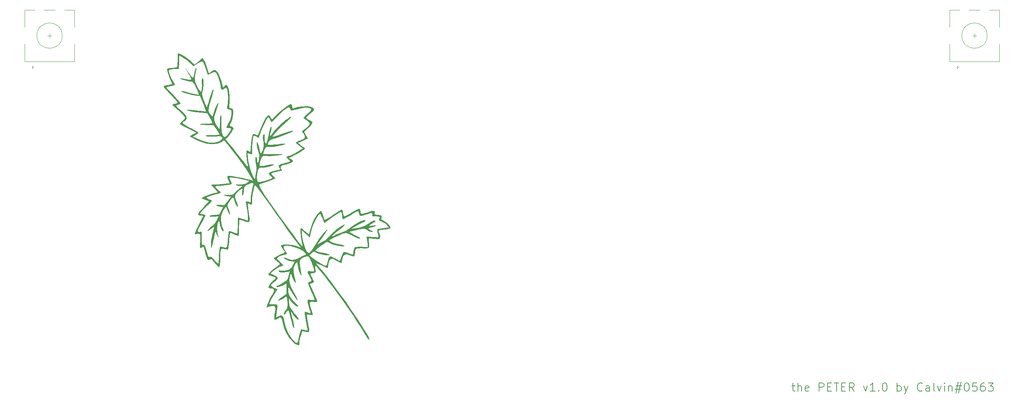
<source format=gbr>
%TF.GenerationSoftware,KiCad,Pcbnew,(6.0.7)*%
%TF.CreationDate,2022-10-09T16:51:21+02:00*%
%TF.ProjectId,the PETER keyboard,74686520-5045-4544-9552-206b6579626f,rev?*%
%TF.SameCoordinates,Original*%
%TF.FileFunction,Legend,Top*%
%TF.FilePolarity,Positive*%
%FSLAX46Y46*%
G04 Gerber Fmt 4.6, Leading zero omitted, Abs format (unit mm)*
G04 Created by KiCad (PCBNEW (6.0.7)) date 2022-10-09 16:51:21*
%MOMM*%
%LPD*%
G01*
G04 APERTURE LIST*
%ADD10C,0.150000*%
%ADD11C,0.120000*%
G04 APERTURE END LIST*
D10*
X210616619Y-139525428D02*
X211378523Y-139525428D01*
X210902333Y-138858761D02*
X210902333Y-140573047D01*
X210997571Y-140763523D01*
X211188047Y-140858761D01*
X211378523Y-140858761D01*
X212045190Y-140858761D02*
X212045190Y-138858761D01*
X212902333Y-140858761D02*
X212902333Y-139811142D01*
X212807095Y-139620666D01*
X212616619Y-139525428D01*
X212330904Y-139525428D01*
X212140428Y-139620666D01*
X212045190Y-139715904D01*
X214616619Y-140763523D02*
X214426142Y-140858761D01*
X214045190Y-140858761D01*
X213854714Y-140763523D01*
X213759476Y-140573047D01*
X213759476Y-139811142D01*
X213854714Y-139620666D01*
X214045190Y-139525428D01*
X214426142Y-139525428D01*
X214616619Y-139620666D01*
X214711857Y-139811142D01*
X214711857Y-140001619D01*
X213759476Y-140192095D01*
X217092809Y-140858761D02*
X217092809Y-138858761D01*
X217854714Y-138858761D01*
X218045190Y-138954000D01*
X218140428Y-139049238D01*
X218235666Y-139239714D01*
X218235666Y-139525428D01*
X218140428Y-139715904D01*
X218045190Y-139811142D01*
X217854714Y-139906380D01*
X217092809Y-139906380D01*
X219092809Y-139811142D02*
X219759476Y-139811142D01*
X220045190Y-140858761D02*
X219092809Y-140858761D01*
X219092809Y-138858761D01*
X220045190Y-138858761D01*
X220616619Y-138858761D02*
X221759476Y-138858761D01*
X221188047Y-140858761D02*
X221188047Y-138858761D01*
X222426142Y-139811142D02*
X223092809Y-139811142D01*
X223378523Y-140858761D02*
X222426142Y-140858761D01*
X222426142Y-138858761D01*
X223378523Y-138858761D01*
X225378523Y-140858761D02*
X224711857Y-139906380D01*
X224235666Y-140858761D02*
X224235666Y-138858761D01*
X224997571Y-138858761D01*
X225188047Y-138954000D01*
X225283285Y-139049238D01*
X225378523Y-139239714D01*
X225378523Y-139525428D01*
X225283285Y-139715904D01*
X225188047Y-139811142D01*
X224997571Y-139906380D01*
X224235666Y-139906380D01*
X227569000Y-139525428D02*
X228045190Y-140858761D01*
X228521380Y-139525428D01*
X230330904Y-140858761D02*
X229188047Y-140858761D01*
X229759476Y-140858761D02*
X229759476Y-138858761D01*
X229569000Y-139144476D01*
X229378523Y-139334952D01*
X229188047Y-139430190D01*
X231188047Y-140668285D02*
X231283285Y-140763523D01*
X231188047Y-140858761D01*
X231092809Y-140763523D01*
X231188047Y-140668285D01*
X231188047Y-140858761D01*
X232521380Y-138858761D02*
X232711857Y-138858761D01*
X232902333Y-138954000D01*
X232997571Y-139049238D01*
X233092809Y-139239714D01*
X233188047Y-139620666D01*
X233188047Y-140096857D01*
X233092809Y-140477809D01*
X232997571Y-140668285D01*
X232902333Y-140763523D01*
X232711857Y-140858761D01*
X232521380Y-140858761D01*
X232330904Y-140763523D01*
X232235666Y-140668285D01*
X232140428Y-140477809D01*
X232045190Y-140096857D01*
X232045190Y-139620666D01*
X232140428Y-139239714D01*
X232235666Y-139049238D01*
X232330904Y-138954000D01*
X232521380Y-138858761D01*
X235569000Y-140858761D02*
X235569000Y-138858761D01*
X235569000Y-139620666D02*
X235759476Y-139525428D01*
X236140428Y-139525428D01*
X236330904Y-139620666D01*
X236426142Y-139715904D01*
X236521380Y-139906380D01*
X236521380Y-140477809D01*
X236426142Y-140668285D01*
X236330904Y-140763523D01*
X236140428Y-140858761D01*
X235759476Y-140858761D01*
X235569000Y-140763523D01*
X237188047Y-139525428D02*
X237664238Y-140858761D01*
X238140428Y-139525428D02*
X237664238Y-140858761D01*
X237473761Y-141334952D01*
X237378523Y-141430190D01*
X237188047Y-141525428D01*
X241569000Y-140668285D02*
X241473761Y-140763523D01*
X241188047Y-140858761D01*
X240997571Y-140858761D01*
X240711857Y-140763523D01*
X240521380Y-140573047D01*
X240426142Y-140382571D01*
X240330904Y-140001619D01*
X240330904Y-139715904D01*
X240426142Y-139334952D01*
X240521380Y-139144476D01*
X240711857Y-138954000D01*
X240997571Y-138858761D01*
X241188047Y-138858761D01*
X241473761Y-138954000D01*
X241569000Y-139049238D01*
X243283285Y-140858761D02*
X243283285Y-139811142D01*
X243188047Y-139620666D01*
X242997571Y-139525428D01*
X242616619Y-139525428D01*
X242426142Y-139620666D01*
X243283285Y-140763523D02*
X243092809Y-140858761D01*
X242616619Y-140858761D01*
X242426142Y-140763523D01*
X242330904Y-140573047D01*
X242330904Y-140382571D01*
X242426142Y-140192095D01*
X242616619Y-140096857D01*
X243092809Y-140096857D01*
X243283285Y-140001619D01*
X244521380Y-140858761D02*
X244330904Y-140763523D01*
X244235666Y-140573047D01*
X244235666Y-138858761D01*
X245092809Y-139525428D02*
X245569000Y-140858761D01*
X246045190Y-139525428D01*
X246807095Y-140858761D02*
X246807095Y-139525428D01*
X246807095Y-138858761D02*
X246711857Y-138954000D01*
X246807095Y-139049238D01*
X246902333Y-138954000D01*
X246807095Y-138858761D01*
X246807095Y-139049238D01*
X247759476Y-139525428D02*
X247759476Y-140858761D01*
X247759476Y-139715904D02*
X247854714Y-139620666D01*
X248045190Y-139525428D01*
X248330904Y-139525428D01*
X248521380Y-139620666D01*
X248616619Y-139811142D01*
X248616619Y-140858761D01*
X249473761Y-139525428D02*
X250902333Y-139525428D01*
X250045190Y-138668285D02*
X249473761Y-141239714D01*
X250711857Y-140382571D02*
X249283285Y-140382571D01*
X250140428Y-141239714D02*
X250711857Y-138668285D01*
X251949952Y-138858761D02*
X252140428Y-138858761D01*
X252330904Y-138954000D01*
X252426142Y-139049238D01*
X252521380Y-139239714D01*
X252616619Y-139620666D01*
X252616619Y-140096857D01*
X252521380Y-140477809D01*
X252426142Y-140668285D01*
X252330904Y-140763523D01*
X252140428Y-140858761D01*
X251949952Y-140858761D01*
X251759476Y-140763523D01*
X251664238Y-140668285D01*
X251569000Y-140477809D01*
X251473761Y-140096857D01*
X251473761Y-139620666D01*
X251569000Y-139239714D01*
X251664238Y-139049238D01*
X251759476Y-138954000D01*
X251949952Y-138858761D01*
X254426142Y-138858761D02*
X253473761Y-138858761D01*
X253378523Y-139811142D01*
X253473761Y-139715904D01*
X253664238Y-139620666D01*
X254140428Y-139620666D01*
X254330904Y-139715904D01*
X254426142Y-139811142D01*
X254521380Y-140001619D01*
X254521380Y-140477809D01*
X254426142Y-140668285D01*
X254330904Y-140763523D01*
X254140428Y-140858761D01*
X253664238Y-140858761D01*
X253473761Y-140763523D01*
X253378523Y-140668285D01*
X256235666Y-138858761D02*
X255854714Y-138858761D01*
X255664238Y-138954000D01*
X255569000Y-139049238D01*
X255378523Y-139334952D01*
X255283285Y-139715904D01*
X255283285Y-140477809D01*
X255378523Y-140668285D01*
X255473761Y-140763523D01*
X255664238Y-140858761D01*
X256045190Y-140858761D01*
X256235666Y-140763523D01*
X256330904Y-140668285D01*
X256426142Y-140477809D01*
X256426142Y-140001619D01*
X256330904Y-139811142D01*
X256235666Y-139715904D01*
X256045190Y-139620666D01*
X255664238Y-139620666D01*
X255473761Y-139715904D01*
X255378523Y-139811142D01*
X255283285Y-140001619D01*
X257092809Y-138858761D02*
X258330904Y-138858761D01*
X257664238Y-139620666D01*
X257949952Y-139620666D01*
X258140428Y-139715904D01*
X258235666Y-139811142D01*
X258330904Y-140001619D01*
X258330904Y-140477809D01*
X258235666Y-140668285D01*
X258140428Y-140763523D01*
X257949952Y-140858761D01*
X257378523Y-140858761D01*
X257188047Y-140763523D01*
X257092809Y-140668285D01*
%TO.C,G\u002A\u002A\u002A*%
G36*
X88253015Y-122291649D02*
G01*
X88265090Y-122208358D01*
X88369751Y-121365215D01*
X88338071Y-120872644D01*
X88112544Y-120665293D01*
X87635667Y-120677806D01*
X87028963Y-120803481D01*
X86258514Y-120980186D01*
X86557710Y-120178727D01*
X86947878Y-120178727D01*
X87139539Y-120265852D01*
X87610648Y-120286535D01*
X87812172Y-120275420D01*
X88387565Y-120282161D01*
X88769717Y-120381000D01*
X88821057Y-120425204D01*
X88866212Y-120732943D01*
X88834724Y-121322986D01*
X88743430Y-122002502D01*
X88514121Y-123363175D01*
X89078266Y-123126498D01*
X89643641Y-122922081D01*
X90004444Y-122927381D01*
X90228663Y-123201393D01*
X90384279Y-123803111D01*
X90471398Y-124335419D01*
X90832512Y-125690158D01*
X91468894Y-127086879D01*
X92291387Y-128352143D01*
X92877378Y-129015860D01*
X93325931Y-129388323D01*
X93592628Y-129397638D01*
X93739970Y-129026351D01*
X93779936Y-128763757D01*
X93886518Y-128194860D01*
X94068286Y-127460829D01*
X94153736Y-127160402D01*
X94453426Y-126154203D01*
X95212979Y-126347798D01*
X95708556Y-126444128D01*
X95978718Y-126438743D01*
X95993787Y-126420844D01*
X95964900Y-126174184D01*
X95869924Y-125608333D01*
X95725524Y-124819267D01*
X95619998Y-124267842D01*
X95462756Y-123385016D01*
X95360605Y-122660833D01*
X95325927Y-122193289D01*
X95343085Y-122076123D01*
X95587479Y-122054077D01*
X95967423Y-122215092D01*
X96417569Y-122391521D01*
X96698374Y-122348005D01*
X96711068Y-122112412D01*
X96656533Y-122020654D01*
X96495682Y-121663606D01*
X96317225Y-121085999D01*
X96151756Y-120420385D01*
X96029867Y-119799320D01*
X95982153Y-119355360D01*
X96010208Y-119220257D01*
X96294066Y-119182022D01*
X96812978Y-119214166D01*
X96924899Y-119228342D01*
X97430945Y-119270991D01*
X97704297Y-119242037D01*
X97718520Y-119225159D01*
X97645838Y-118997435D01*
X97434529Y-118472529D01*
X97120990Y-117738713D01*
X96884618Y-117202741D01*
X96525014Y-116376809D01*
X96245905Y-115697943D01*
X96083579Y-115256601D01*
X96057617Y-115141183D01*
X96260125Y-115002159D01*
X96554667Y-114935954D01*
X96890215Y-114827494D01*
X96897132Y-114535204D01*
X96858695Y-114421010D01*
X96610198Y-113896859D01*
X96332696Y-113438905D01*
X95997346Y-112837696D01*
X95996490Y-112490618D01*
X96333072Y-112388576D01*
X96658695Y-112432682D01*
X97174141Y-112509325D01*
X97486528Y-112498960D01*
X97501705Y-112491159D01*
X97522945Y-112246098D01*
X97412879Y-111722583D01*
X97205117Y-111032049D01*
X96933270Y-110285928D01*
X96630950Y-109595657D01*
X96624236Y-109581994D01*
X96356019Y-109086953D01*
X96132839Y-108915483D01*
X96111002Y-108898705D01*
X95732374Y-108940895D01*
X95465867Y-109017947D01*
X94854983Y-109229523D01*
X94440345Y-109480294D01*
X94204184Y-109839250D01*
X94128733Y-110375380D01*
X94196224Y-111157671D01*
X94388891Y-112255112D01*
X94494987Y-112787704D01*
X94586070Y-113281769D01*
X94561881Y-113411891D01*
X94396639Y-113227894D01*
X94320356Y-113125202D01*
X94070950Y-112600626D01*
X93826088Y-111751876D01*
X93612435Y-110677532D01*
X93553080Y-110288584D01*
X93432450Y-110319343D01*
X93168971Y-110618985D01*
X93127236Y-110675801D01*
X92741217Y-111563549D01*
X92675969Y-112677911D01*
X92934406Y-113965889D01*
X92944341Y-113997641D01*
X93111720Y-114617212D01*
X93172024Y-115038458D01*
X93132553Y-115156794D01*
X92946244Y-114985127D01*
X92692235Y-114543015D01*
X92434474Y-113962358D01*
X92236909Y-113375056D01*
X92204310Y-113242167D01*
X92129733Y-113005943D01*
X92035754Y-113065723D01*
X91872794Y-113469559D01*
X91821348Y-113613333D01*
X91658284Y-114405162D01*
X91742492Y-115251654D01*
X92093275Y-116227514D01*
X92729934Y-117407444D01*
X92854505Y-117611877D01*
X93320554Y-118411345D01*
X93575496Y-118950127D01*
X93602437Y-119191098D01*
X93577445Y-119200397D01*
X93337597Y-119025936D01*
X92946884Y-118514218D01*
X92438698Y-117709115D01*
X92426027Y-117687719D01*
X92007324Y-116999211D01*
X91672752Y-116485172D01*
X91476129Y-116226898D01*
X91449285Y-116212315D01*
X91414830Y-116434484D01*
X91416339Y-116930194D01*
X91426679Y-117152321D01*
X91497349Y-117703488D01*
X91683113Y-118180751D01*
X92054197Y-118730518D01*
X92377659Y-119135009D01*
X92891360Y-119731553D01*
X93343706Y-120208468D01*
X93614607Y-120445479D01*
X93817851Y-120675259D01*
X93776556Y-120784276D01*
X93483049Y-120757655D01*
X93026539Y-120482943D01*
X92512521Y-120039339D01*
X92046489Y-119506046D01*
X92013636Y-119460753D01*
X91571066Y-118840214D01*
X91620909Y-119838902D01*
X91664780Y-120350658D01*
X91774678Y-120763569D01*
X92007763Y-121191929D01*
X92421195Y-121750037D01*
X92829837Y-122256265D01*
X93406894Y-123000945D01*
X93775538Y-123559397D01*
X93898507Y-123874146D01*
X93893474Y-123896752D01*
X93720494Y-123888462D01*
X93388623Y-123635404D01*
X92989733Y-123233878D01*
X92615699Y-122780184D01*
X92358397Y-122370622D01*
X92306964Y-122233831D01*
X92188637Y-121961639D01*
X92125483Y-121940370D01*
X92133674Y-122159466D01*
X92232712Y-122692535D01*
X92403721Y-123444685D01*
X92509019Y-123868192D01*
X92701739Y-124699870D01*
X92819530Y-125367065D01*
X92846876Y-125771987D01*
X92822680Y-125844941D01*
X92645339Y-125763658D01*
X92507905Y-125483955D01*
X92362560Y-124988192D01*
X92157337Y-124236986D01*
X91933172Y-123386052D01*
X91731001Y-122591101D01*
X91591760Y-122007846D01*
X91580752Y-121957264D01*
X91472821Y-121718869D01*
X91282189Y-121783625D01*
X90965026Y-122180931D01*
X90740607Y-122520804D01*
X90515469Y-122726636D01*
X90409738Y-122694075D01*
X90426611Y-122410474D01*
X90627548Y-121971013D01*
X90923095Y-121542942D01*
X91131664Y-121344263D01*
X91209328Y-121086680D01*
X91243066Y-120549142D01*
X91237018Y-119872288D01*
X91195320Y-119196760D01*
X91122109Y-118663196D01*
X91046120Y-118436507D01*
X90854308Y-118494474D01*
X90433449Y-118741011D01*
X90126873Y-118947057D01*
X89587105Y-119276741D01*
X89169239Y-119446403D01*
X89041605Y-119448574D01*
X89065955Y-119283097D01*
X89429736Y-118940012D01*
X89920895Y-118574491D01*
X91028751Y-117798761D01*
X91042479Y-116648719D01*
X91038030Y-115992790D01*
X91011965Y-115530870D01*
X90984998Y-115396980D01*
X90783924Y-115430639D01*
X90401786Y-115653794D01*
X89857837Y-115942105D01*
X89274379Y-116119969D01*
X88801117Y-116153098D01*
X88609834Y-116064219D01*
X88682538Y-115895391D01*
X88888923Y-115816999D01*
X89287820Y-115664112D01*
X89882212Y-115362598D01*
X90283175Y-115132732D01*
X90875934Y-114747264D01*
X91212504Y-114399487D01*
X91411931Y-113931106D01*
X91525998Y-113480092D01*
X91768570Y-112428603D01*
X91073304Y-112625099D01*
X90249412Y-112759797D01*
X89571683Y-112687525D01*
X89165389Y-112429280D01*
X89124910Y-112257455D01*
X89400348Y-112231762D01*
X89631601Y-112259748D01*
X90284021Y-112275552D01*
X91023307Y-112190485D01*
X91113090Y-112172143D01*
X91630328Y-112033216D01*
X91961353Y-111824218D01*
X92253282Y-111424671D01*
X92453689Y-111074285D01*
X92963469Y-110157931D01*
X92305573Y-110121279D01*
X91625106Y-109986909D01*
X90930970Y-109705944D01*
X90405026Y-109359157D01*
X90285007Y-109223864D01*
X90369877Y-109171247D01*
X90750090Y-109272529D01*
X91173268Y-109435862D01*
X92226104Y-109738438D01*
X93148938Y-109673695D01*
X94031090Y-109236568D01*
X94626336Y-108897105D01*
X95181657Y-108682935D01*
X95557969Y-108549839D01*
X95583615Y-108341727D01*
X95394609Y-108040465D01*
X94977771Y-107652244D01*
X94329712Y-107281958D01*
X93534923Y-106951254D01*
X92677898Y-106681774D01*
X91843129Y-106495163D01*
X91115109Y-106413063D01*
X90578328Y-106457120D01*
X90317280Y-106648976D01*
X90305276Y-106736767D01*
X90429621Y-107113275D01*
X90716207Y-107623883D01*
X90772330Y-107707018D01*
X91078210Y-108167649D01*
X91103458Y-108389586D01*
X90798001Y-108489173D01*
X90413206Y-108541465D01*
X89735847Y-108734390D01*
X89152402Y-109036693D01*
X88786232Y-109342180D01*
X88760875Y-109548605D01*
X88867938Y-109644470D01*
X89209247Y-109926045D01*
X89659549Y-110355861D01*
X89732375Y-110430221D01*
X90298468Y-111014689D01*
X89264942Y-111490028D01*
X88564214Y-111865488D01*
X87952020Y-112282151D01*
X87736902Y-112470794D01*
X87242387Y-112976221D01*
X87971872Y-113295351D01*
X88661582Y-113654490D01*
X88947831Y-113983707D01*
X88842333Y-114335781D01*
X88356806Y-114763486D01*
X88305848Y-114799766D01*
X87652415Y-115306008D01*
X87366329Y-115679300D01*
X87437780Y-115978956D01*
X87856957Y-116264283D01*
X88048479Y-116355695D01*
X88864968Y-116727080D01*
X88271489Y-117667664D01*
X87740960Y-118542085D01*
X87314073Y-119310204D01*
X87035294Y-119887660D01*
X86947878Y-120178727D01*
X86557710Y-120178727D01*
X86685059Y-119837598D01*
X87044681Y-119019993D01*
X87481113Y-118221684D01*
X87700880Y-117889402D01*
X88052083Y-117246659D01*
X88074750Y-116771660D01*
X87780922Y-116513646D01*
X87359173Y-116492268D01*
X86933554Y-116468731D01*
X86759118Y-116373361D01*
X86778321Y-116076260D01*
X87018800Y-115603842D01*
X87399961Y-115077580D01*
X87841209Y-114618949D01*
X88012259Y-114484589D01*
X88366136Y-114172677D01*
X88368944Y-113936042D01*
X87994872Y-113729311D01*
X87496860Y-113578604D01*
X86977365Y-113383654D01*
X86686570Y-113165334D01*
X86665376Y-113107401D01*
X86821766Y-112877065D01*
X87252366Y-112484114D01*
X87877692Y-111998551D01*
X88126078Y-111820919D01*
X88836766Y-111312992D01*
X89247144Y-110981215D01*
X89410052Y-110768296D01*
X89378331Y-110616941D01*
X89303426Y-110544337D01*
X88943086Y-110229346D01*
X88489043Y-109809067D01*
X88481051Y-109801463D01*
X87956572Y-109302197D01*
X88855515Y-108795427D01*
X89497257Y-108459647D01*
X90065078Y-108205096D01*
X90235060Y-108144712D01*
X90508507Y-108030450D01*
X90550799Y-107847304D01*
X90352854Y-107487907D01*
X90155172Y-107200304D01*
X89842263Y-106715319D01*
X89686418Y-106396092D01*
X89686942Y-106335236D01*
X90283648Y-106127828D01*
X91166932Y-106089569D01*
X92238858Y-106212534D01*
X93401485Y-106488800D01*
X93990340Y-106683450D01*
X94594933Y-106903782D01*
X94102587Y-106473334D01*
X93876224Y-106209502D01*
X93437137Y-105637470D01*
X92814029Y-104796781D01*
X92035599Y-103726977D01*
X91130549Y-102467602D01*
X90127578Y-101058200D01*
X89055390Y-99538312D01*
X88662283Y-98977859D01*
X87589527Y-97453036D01*
X86590163Y-96045857D01*
X85690362Y-94792188D01*
X84916297Y-93727894D01*
X84294142Y-92888843D01*
X83850070Y-92310900D01*
X83610254Y-92029932D01*
X83576825Y-92009046D01*
X83440149Y-92282938D01*
X83283174Y-92857377D01*
X83127923Y-93611690D01*
X82996419Y-94425213D01*
X82910688Y-95177277D01*
X82892754Y-95747214D01*
X82893169Y-95754735D01*
X82891623Y-96395666D01*
X82761563Y-96671210D01*
X82459394Y-96630711D01*
X82228888Y-96506611D01*
X81997517Y-96397177D01*
X81886308Y-96473060D01*
X81879875Y-96806910D01*
X81962829Y-97471380D01*
X81987912Y-97644334D01*
X82160090Y-98909173D01*
X82249767Y-99807993D01*
X82259228Y-100389532D01*
X82190754Y-100702526D01*
X82134325Y-100769316D01*
X81838648Y-100781254D01*
X81303314Y-100658174D01*
X80975682Y-100548651D01*
X80396176Y-100357321D01*
X80000423Y-100269117D01*
X79910446Y-100276872D01*
X79862783Y-100512976D01*
X79821012Y-101069273D01*
X79791933Y-101842623D01*
X79785646Y-102170371D01*
X79760255Y-102999737D01*
X79714805Y-103651849D01*
X79657535Y-104023188D01*
X79634561Y-104069020D01*
X79389544Y-104033214D01*
X78916314Y-103837847D01*
X78669848Y-103713597D01*
X78141907Y-103466116D01*
X77782128Y-103358120D01*
X77712001Y-103367982D01*
X77642315Y-103609713D01*
X77554750Y-104173435D01*
X77463630Y-104959036D01*
X77422013Y-105394781D01*
X77250420Y-107321398D01*
X76476946Y-107202030D01*
X75935951Y-107147246D01*
X75595245Y-107165415D01*
X75567364Y-107177967D01*
X75440037Y-107461224D01*
X75356280Y-108114403D01*
X75314316Y-109157083D01*
X75308561Y-110032799D01*
X75278472Y-110762405D01*
X75195927Y-111284296D01*
X75078002Y-111496582D01*
X75063203Y-111496586D01*
X74808155Y-111316098D01*
X74401718Y-110893930D01*
X74033078Y-110448662D01*
X73580097Y-109894680D01*
X73275999Y-109626925D01*
X73027165Y-109584633D01*
X72822852Y-109663117D01*
X72555574Y-109776373D01*
X72364253Y-109746830D01*
X72204943Y-109507763D01*
X72088235Y-109156556D01*
X72033701Y-108992448D01*
X71806583Y-108134158D01*
X71800648Y-108111001D01*
X71610994Y-107385871D01*
X71461963Y-106843626D01*
X71383740Y-106593814D01*
X71381495Y-106589816D01*
X71197941Y-106638225D01*
X70988472Y-106766579D01*
X70676945Y-106922156D01*
X70571772Y-106909530D01*
X70547311Y-106665054D01*
X70546069Y-106108729D01*
X70567858Y-105351387D01*
X70574700Y-105191407D01*
X70603265Y-104373406D01*
X70582643Y-103889641D01*
X70490379Y-103651855D01*
X70304014Y-103571794D01*
X70160390Y-103563156D01*
X69718921Y-103593801D01*
X69532982Y-103651368D01*
X69327185Y-103699273D01*
X69350290Y-103397120D01*
X69550652Y-102879310D01*
X70002771Y-102879310D01*
X70064083Y-103101438D01*
X70263335Y-103145971D01*
X70704403Y-103098994D01*
X70846822Y-103069231D01*
X70935141Y-103233308D01*
X70978721Y-103721076D01*
X70970167Y-104434541D01*
X70961756Y-104592246D01*
X70926318Y-105407408D01*
X70952386Y-105887082D01*
X71056944Y-106116764D01*
X71256972Y-106181953D01*
X71277646Y-106182623D01*
X71517157Y-106229480D01*
X71689942Y-106421985D01*
X71851913Y-106855977D01*
X72010635Y-107438945D01*
X72268906Y-108341969D01*
X72491424Y-108874240D01*
X72705738Y-109083578D01*
X72925856Y-109027571D01*
X73199048Y-109063246D01*
X73656609Y-109441749D01*
X74028728Y-109840614D01*
X74477232Y-110309356D01*
X74798336Y-110571014D01*
X74917489Y-110574883D01*
X74938642Y-110261801D01*
X74974500Y-109640916D01*
X75018511Y-108827225D01*
X75034532Y-108520050D01*
X75092011Y-107689553D01*
X75164711Y-107035127D01*
X75239994Y-106660638D01*
X75266520Y-106613428D01*
X75541530Y-106614719D01*
X75992573Y-106751033D01*
X76483244Y-106871121D01*
X76805918Y-106827516D01*
X76923753Y-106555940D01*
X77039894Y-105971340D01*
X77134309Y-105183628D01*
X77157068Y-104900889D01*
X77223879Y-104066100D01*
X77291900Y-103393476D01*
X77349300Y-102995157D01*
X77363559Y-102943787D01*
X77581915Y-102914388D01*
X78043449Y-103054420D01*
X78323297Y-103177328D01*
X78873957Y-103409513D01*
X79257860Y-103511993D01*
X79340433Y-103502446D01*
X79401593Y-103260593D01*
X79444308Y-102700289D01*
X79461877Y-101926251D01*
X79460807Y-101620393D01*
X79461940Y-100801084D01*
X79480704Y-100163752D01*
X79513391Y-99810569D01*
X79527907Y-99772618D01*
X79758653Y-99798461D01*
X80266144Y-99930512D01*
X80754926Y-100080869D01*
X81896674Y-100451853D01*
X81832815Y-99273191D01*
X81751946Y-98364718D01*
X81621031Y-97425817D01*
X81554458Y-97067573D01*
X81413935Y-96361890D01*
X81387954Y-95989368D01*
X81506292Y-95868407D01*
X81798724Y-95917408D01*
X81957715Y-95962478D01*
X82532622Y-96127343D01*
X82585898Y-94817715D01*
X82678654Y-93910828D01*
X82858972Y-93000054D01*
X82998827Y-92534668D01*
X83180543Y-91899553D01*
X83118889Y-91572271D01*
X82784511Y-91535864D01*
X82221920Y-91745810D01*
X82148053Y-91773376D01*
X81893086Y-91895874D01*
X81376284Y-92175489D01*
X81100464Y-92450871D01*
X80969804Y-92872167D01*
X80902128Y-93448646D01*
X80814279Y-94064123D01*
X80704296Y-94456629D01*
X80632184Y-94535540D01*
X80548566Y-94329809D01*
X80533933Y-93849221D01*
X80547399Y-93645860D01*
X80623940Y-92784628D01*
X79926266Y-93273145D01*
X79225276Y-93826632D01*
X78872868Y-94325388D01*
X78832723Y-94890921D01*
X79068519Y-95644739D01*
X79155478Y-95851762D01*
X79402501Y-96499855D01*
X79526573Y-96983867D01*
X79508516Y-97183218D01*
X79389022Y-97186959D01*
X79240099Y-96993793D01*
X79028247Y-96540704D01*
X78719959Y-95764672D01*
X78632544Y-95535604D01*
X78464191Y-95137002D01*
X78305385Y-95001338D01*
X78080440Y-95152347D01*
X77713672Y-95613767D01*
X77513144Y-95886680D01*
X77172979Y-96389407D01*
X77048034Y-96775590D01*
X77123663Y-97218726D01*
X77350886Y-97809076D01*
X77569048Y-98423219D01*
X77662144Y-98867172D01*
X77634397Y-99012284D01*
X77447885Y-98931115D01*
X77271778Y-98620201D01*
X77027789Y-97995139D01*
X76876624Y-97607894D01*
X76679499Y-97102920D01*
X76042852Y-98104833D01*
X75651199Y-98830928D01*
X75495807Y-99502191D01*
X75517558Y-100314361D01*
X75634615Y-101120805D01*
X75812031Y-101860695D01*
X75927633Y-102181277D01*
X76084897Y-102653232D01*
X76076606Y-102940609D01*
X76060824Y-102956483D01*
X75816565Y-102918366D01*
X75572421Y-102503537D01*
X75351994Y-101757963D01*
X75289976Y-101455183D01*
X75162905Y-100868231D01*
X75049616Y-100497671D01*
X75006612Y-100433352D01*
X74898826Y-100606061D01*
X74736630Y-101062046D01*
X74658271Y-101328668D01*
X74554793Y-102339856D01*
X74711008Y-103364364D01*
X74853733Y-103972344D01*
X74903184Y-104369571D01*
X74870021Y-104462064D01*
X74719599Y-104262329D01*
X74546552Y-103808575D01*
X74527421Y-103743075D01*
X74370121Y-103272475D01*
X74244379Y-103037820D01*
X74233726Y-103032710D01*
X74156041Y-103218323D01*
X74027601Y-103731134D01*
X73869625Y-104481171D01*
X73774891Y-104978203D01*
X73602471Y-105821585D01*
X73435529Y-106476710D01*
X73298629Y-106854205D01*
X73243632Y-106910925D01*
X73142969Y-106694211D01*
X73124843Y-106157288D01*
X73181379Y-105393507D01*
X73304702Y-104496224D01*
X73486936Y-103558794D01*
X73548412Y-103297906D01*
X73895025Y-101889019D01*
X73023371Y-102482978D01*
X72530163Y-102806800D01*
X72329577Y-102891293D01*
X72372409Y-102746861D01*
X72463625Y-102601347D01*
X72868729Y-102156073D01*
X73409591Y-101746745D01*
X73416950Y-101742327D01*
X74093203Y-101098209D01*
X74495200Y-100386504D01*
X74932031Y-99414110D01*
X73943145Y-99512164D01*
X73339726Y-99542582D01*
X72935903Y-99508031D01*
X72855208Y-99468756D01*
X72800497Y-99348190D01*
X72903728Y-99269072D01*
X73250855Y-99205276D01*
X73927827Y-99130669D01*
X73987139Y-99124635D01*
X75088411Y-99012798D01*
X75553553Y-98136926D01*
X76018695Y-97261053D01*
X75234635Y-97105421D01*
X74602429Y-96947445D01*
X74390200Y-96822330D01*
X74594753Y-96751154D01*
X75212895Y-96754991D01*
X75287030Y-96759625D01*
X76303753Y-96826909D01*
X77084728Y-95820360D01*
X77865703Y-94813812D01*
X76998939Y-94680048D01*
X76385931Y-94551043D01*
X76179977Y-94434000D01*
X76364982Y-94353365D01*
X76924851Y-94333579D01*
X77218726Y-94346274D01*
X77879353Y-94356291D01*
X78302768Y-94243830D01*
X78671171Y-93943943D01*
X78830819Y-93771584D01*
X79378774Y-93223743D01*
X79951035Y-92737933D01*
X80002057Y-92700153D01*
X80601649Y-92264856D01*
X79794484Y-92204773D01*
X79215672Y-92123660D01*
X79025631Y-92018093D01*
X79193540Y-91919771D01*
X79688580Y-91860394D01*
X80132895Y-91856718D01*
X81001123Y-91796151D01*
X81602763Y-91544508D01*
X81724240Y-91449718D01*
X82225254Y-91017382D01*
X80012695Y-90563206D01*
X79084472Y-90390142D01*
X78304595Y-90277305D01*
X77768877Y-90236599D01*
X77583800Y-90261357D01*
X77530163Y-90522830D01*
X77698680Y-90892359D01*
X77974105Y-91350041D01*
X78022394Y-91665726D01*
X77797566Y-91873448D01*
X77253635Y-92007240D01*
X76344620Y-92101134D01*
X76034907Y-92123762D01*
X75104949Y-92192888D01*
X74530582Y-92257021D01*
X74244894Y-92337684D01*
X74180972Y-92456403D01*
X74271908Y-92634704D01*
X74303690Y-92680692D01*
X74712741Y-93128937D01*
X75075427Y-93422951D01*
X75336762Y-93616222D01*
X75412666Y-93763575D01*
X75250912Y-93902233D01*
X74799275Y-94069422D01*
X74005527Y-94302364D01*
X73734007Y-94379045D01*
X72800040Y-94651891D01*
X72239749Y-94851027D01*
X72016149Y-95005544D01*
X72092254Y-95144535D01*
X72431081Y-95297091D01*
X72524100Y-95330719D01*
X73030151Y-95542442D01*
X73334224Y-95728901D01*
X73350701Y-95748038D01*
X73259556Y-95954752D01*
X72910108Y-96339827D01*
X72377453Y-96820751D01*
X72364952Y-96831193D01*
X71737137Y-97388630D01*
X71201557Y-97923457D01*
X70908662Y-98274075D01*
X70553528Y-98798623D01*
X71174842Y-98930990D01*
X71636910Y-99054212D01*
X71864127Y-99160837D01*
X71796063Y-99375183D01*
X71554900Y-99857670D01*
X71188145Y-100515131D01*
X71074723Y-100708916D01*
X70494257Y-101724602D01*
X70141551Y-102434216D01*
X70002771Y-102879310D01*
X69550652Y-102879310D01*
X69600711Y-102749939D01*
X70076862Y-101762759D01*
X70210180Y-101503480D01*
X70634707Y-100678907D01*
X70979344Y-99997649D01*
X71201459Y-99544696D01*
X71261706Y-99407176D01*
X71102612Y-99300603D01*
X70670269Y-99227674D01*
X70640912Y-99225468D01*
X70229925Y-99150702D01*
X70069431Y-98972252D01*
X70175162Y-98646614D01*
X70562850Y-98130289D01*
X71248223Y-97379773D01*
X71344984Y-97278417D01*
X71916803Y-96675260D01*
X72361272Y-96195121D01*
X72608367Y-95914107D01*
X72636000Y-95875225D01*
X72477515Y-95762446D01*
X72035503Y-95584600D01*
X71777211Y-95497844D01*
X70882511Y-95212895D01*
X71403609Y-94848019D01*
X71878469Y-94603829D01*
X72600746Y-94328384D01*
X73328844Y-94105589D01*
X74732979Y-93728036D01*
X73957696Y-92832790D01*
X73182414Y-91937546D01*
X73787514Y-91911331D01*
X74659351Y-91865382D01*
X75566675Y-91804318D01*
X76405566Y-91736808D01*
X77072101Y-91671525D01*
X77462357Y-91617140D01*
X77518317Y-91600044D01*
X77501475Y-91383961D01*
X77331691Y-90933175D01*
X77248902Y-90755100D01*
X77054633Y-90244857D01*
X77024028Y-89905904D01*
X77055299Y-89857074D01*
X77335543Y-89838761D01*
X77932005Y-89898707D01*
X78748380Y-90020111D01*
X79688364Y-90186173D01*
X80655652Y-90380097D01*
X81553939Y-90585077D01*
X82170915Y-90749461D01*
X83163630Y-91040371D01*
X82075790Y-89225937D01*
X81340659Y-88069021D01*
X80440373Y-86782876D01*
X79338297Y-85318095D01*
X77997801Y-83625266D01*
X77168670Y-82607167D01*
X76192155Y-81417549D01*
X75654836Y-81793783D01*
X74679059Y-82229927D01*
X73468718Y-82367903D01*
X72084540Y-82212877D01*
X70587256Y-81770022D01*
X69453938Y-81266038D01*
X68804359Y-80927952D01*
X68325603Y-80663843D01*
X68122545Y-80531837D01*
X68251194Y-80390790D01*
X68648618Y-80142162D01*
X68851835Y-80032827D01*
X69643634Y-79623087D01*
X67783487Y-78691581D01*
X66978419Y-78278111D01*
X66323452Y-77922366D01*
X65931381Y-77688001D01*
X65906918Y-77673377D01*
X65807759Y-77595010D01*
X65883889Y-77374726D01*
X66212023Y-77016034D01*
X66391743Y-76860649D01*
X66820672Y-76471758D01*
X66954249Y-76179402D01*
X66847518Y-75842556D01*
X66813927Y-75779000D01*
X66519262Y-75398640D01*
X65995573Y-74864364D01*
X65347958Y-74282205D01*
X65244103Y-74195215D01*
X64641845Y-73679969D01*
X64195032Y-73267155D01*
X63980776Y-73028983D01*
X63972671Y-73004611D01*
X64171011Y-72885222D01*
X64595965Y-72773764D01*
X65036841Y-72645296D01*
X65226117Y-72504018D01*
X65100757Y-72294364D01*
X64740156Y-71852501D01*
X64204508Y-71249421D01*
X63736118Y-70746668D01*
X62912578Y-69878991D01*
X62355586Y-69271784D01*
X62074825Y-68911343D01*
X62569058Y-68911343D01*
X62573106Y-68918705D01*
X62747390Y-69118766D01*
X63150144Y-69559402D01*
X63719334Y-70173264D01*
X64319691Y-70815040D01*
X64973367Y-71525071D01*
X65500480Y-72124198D01*
X65843804Y-72545551D01*
X65948269Y-72718096D01*
X65748664Y-72866973D01*
X65343906Y-73006568D01*
X64998402Y-73122838D01*
X64898577Y-73279083D01*
X65071996Y-73534577D01*
X65546221Y-73948599D01*
X65920036Y-74245582D01*
X66791309Y-75033650D01*
X67293119Y-75730497D01*
X67419791Y-76316852D01*
X67165654Y-76773443D01*
X66734903Y-77014300D01*
X66475163Y-77154736D01*
X66442501Y-77330111D01*
X66672813Y-77573452D01*
X67201995Y-77917785D01*
X68065945Y-78396137D01*
X68467467Y-78608371D01*
X69236420Y-79028628D01*
X69823725Y-79382093D01*
X70155768Y-79622472D01*
X70198834Y-79697159D01*
X69946359Y-79878630D01*
X69503754Y-80164448D01*
X69467739Y-80186849D01*
X68862545Y-80562200D01*
X69907607Y-81080057D01*
X71332646Y-81656724D01*
X72691914Y-81961109D01*
X73915661Y-81987549D01*
X74934134Y-81730380D01*
X75309575Y-81518743D01*
X75731861Y-81175887D01*
X75835501Y-80915388D01*
X75738159Y-80706204D01*
X75371328Y-80498960D01*
X74673823Y-80485057D01*
X74380256Y-80519807D01*
X73771744Y-80567152D01*
X73108297Y-80562277D01*
X72497983Y-80515275D01*
X72048869Y-80436242D01*
X71869022Y-80335272D01*
X71900580Y-80288186D01*
X72151766Y-80250181D01*
X72708098Y-80222898D01*
X73451416Y-80212016D01*
X73485500Y-80212002D01*
X74240743Y-80198567D01*
X74820462Y-80163007D01*
X75102881Y-80112909D01*
X75105843Y-80111014D01*
X75069935Y-79900823D01*
X74833592Y-79452110D01*
X74485240Y-78916850D01*
X73719995Y-77823966D01*
X72165961Y-77818753D01*
X71394305Y-77793724D01*
X70799992Y-77732543D01*
X70498970Y-77647798D01*
X70488021Y-77636584D01*
X70617579Y-77551909D01*
X71074623Y-77494125D01*
X71763585Y-77474652D01*
X71838280Y-77475217D01*
X72588559Y-77471701D01*
X73158931Y-77447655D01*
X73430055Y-77408225D01*
X73432906Y-77406458D01*
X73402101Y-77193626D01*
X73201680Y-76723500D01*
X72920663Y-76182232D01*
X72287958Y-75042355D01*
X70967221Y-74908232D01*
X69657024Y-74757085D01*
X68604562Y-74598733D01*
X67856147Y-74442095D01*
X67458090Y-74296091D01*
X67405483Y-74222253D01*
X67613673Y-74176186D01*
X68151764Y-74191811D01*
X68931641Y-74263956D01*
X69626916Y-74352705D01*
X70543550Y-74472917D01*
X71296559Y-74554185D01*
X71792745Y-74587502D01*
X71939521Y-74576178D01*
X71914488Y-74358331D01*
X71745526Y-73845243D01*
X71464152Y-73126937D01*
X71281810Y-72697458D01*
X70501371Y-70904674D01*
X69939902Y-70904591D01*
X69434611Y-70848838D01*
X68719038Y-70703358D01*
X67910762Y-70500667D01*
X67127357Y-70273276D01*
X66486402Y-70053700D01*
X66105472Y-69874452D01*
X66057804Y-69831079D01*
X66167088Y-69773870D01*
X66591833Y-69823055D01*
X67240687Y-69967917D01*
X67254279Y-69971445D01*
X68441927Y-70276502D01*
X69279152Y-70479896D01*
X69823544Y-70592806D01*
X70132696Y-70626411D01*
X70264200Y-70591892D01*
X70280473Y-70558882D01*
X70206755Y-70304333D01*
X69986183Y-69778776D01*
X69663852Y-69088514D01*
X69609838Y-68978003D01*
X69225874Y-68229151D01*
X68950371Y-67792078D01*
X68725398Y-67589301D01*
X68537290Y-67543483D01*
X68027754Y-67482599D01*
X67379561Y-67350471D01*
X66717849Y-67180620D01*
X66167754Y-67006563D01*
X65854410Y-66861824D01*
X65823685Y-66816589D01*
X66026549Y-66773953D01*
X66527644Y-66822711D01*
X67149792Y-66938225D01*
X67826212Y-67051180D01*
X68310336Y-67065912D01*
X68488122Y-66989746D01*
X68402851Y-66705680D01*
X68140104Y-66180296D01*
X67755978Y-65525336D01*
X67740626Y-65500803D01*
X66952340Y-64243985D01*
X67866501Y-65477264D01*
X68325785Y-66064867D01*
X68691930Y-66474368D01*
X68893774Y-66627116D01*
X68904139Y-66624081D01*
X69005593Y-66385561D01*
X69143330Y-65854466D01*
X69260168Y-65287397D01*
X69400466Y-64663561D01*
X69534522Y-64282654D01*
X69622793Y-64222934D01*
X69647860Y-64510785D01*
X69587657Y-65084845D01*
X69458692Y-65803160D01*
X69317751Y-66565273D01*
X69299777Y-67126121D01*
X69429045Y-67661110D01*
X69729828Y-68345645D01*
X69842485Y-68576608D01*
X70192290Y-69252669D01*
X70483969Y-69752498D01*
X70659802Y-69978035D01*
X70669634Y-69981896D01*
X70856789Y-69818487D01*
X70966421Y-69271752D01*
X70993223Y-68375493D01*
X70982295Y-67991450D01*
X70981731Y-67307556D01*
X71031702Y-66810764D01*
X71098757Y-66637777D01*
X71236230Y-66719029D01*
X71326591Y-67117521D01*
X71366510Y-67729428D01*
X71352654Y-68450928D01*
X71281694Y-69178196D01*
X71195087Y-69640015D01*
X71070376Y-70317582D01*
X71086896Y-70899338D01*
X71265739Y-71558638D01*
X71502794Y-72168806D01*
X71796414Y-72857511D01*
X72031038Y-73363086D01*
X72160022Y-73585593D01*
X72165375Y-73588438D01*
X72254551Y-73407564D01*
X72413503Y-72914858D01*
X72610759Y-72209535D01*
X72648387Y-72065786D01*
X72939837Y-71033386D01*
X73222707Y-70196504D01*
X73472552Y-69615473D01*
X73664926Y-69350625D01*
X73741753Y-69367358D01*
X73722521Y-69615535D01*
X73593387Y-70179658D01*
X73376200Y-70973365D01*
X73121563Y-71818808D01*
X72787675Y-72952719D01*
X72610030Y-73780724D01*
X72588548Y-74390325D01*
X72723147Y-74869026D01*
X73013744Y-75304335D01*
X73118204Y-75424960D01*
X73505372Y-75856821D01*
X73810780Y-74816870D01*
X74094696Y-73968797D01*
X74396957Y-73256594D01*
X74673970Y-72770121D01*
X74882143Y-72599240D01*
X74886288Y-72599823D01*
X74888075Y-72792831D01*
X74759355Y-73277685D01*
X74527432Y-73953418D01*
X74501652Y-74022206D01*
X74124056Y-75095928D01*
X73929972Y-75900223D01*
X73917235Y-76546104D01*
X74083684Y-77144586D01*
X74427155Y-77806683D01*
X74427899Y-77807945D01*
X74775115Y-78358638D01*
X75038631Y-78707683D01*
X75142802Y-78779218D01*
X75190400Y-78543953D01*
X75228433Y-77997583D01*
X75249468Y-77252331D01*
X75250510Y-77153416D01*
X75280901Y-76382610D01*
X75348655Y-75788142D01*
X75439802Y-75487012D01*
X75450703Y-75476787D01*
X75545007Y-75493113D01*
X75604738Y-75732322D01*
X75632416Y-76243578D01*
X75630565Y-77076046D01*
X75601709Y-78278896D01*
X75599052Y-78367961D01*
X75658484Y-79474483D01*
X75912886Y-80215514D01*
X75942162Y-80259490D01*
X76205598Y-80578142D01*
X76447077Y-80652836D01*
X76747727Y-80453261D01*
X77188679Y-79949109D01*
X77365310Y-79727800D01*
X77788555Y-79097865D01*
X77868414Y-78701210D01*
X77604322Y-78522749D01*
X77319563Y-78511737D01*
X76876909Y-78494503D01*
X76756505Y-78335406D01*
X76946502Y-77969372D01*
X77166695Y-77672208D01*
X77736946Y-76606155D01*
X77990514Y-75346097D01*
X77997841Y-74889571D01*
X77956061Y-74414062D01*
X77793160Y-74198105D01*
X77420776Y-74084536D01*
X77112968Y-73991302D01*
X76973035Y-73821005D01*
X76974512Y-73463509D01*
X77090933Y-72808683D01*
X77101399Y-72755484D01*
X77232762Y-71161108D01*
X77016441Y-69618584D01*
X76933460Y-69335203D01*
X76785222Y-69033579D01*
X76549060Y-69043896D01*
X76249074Y-69233021D01*
X75813358Y-69456898D01*
X75564983Y-69343269D01*
X75458255Y-68858275D01*
X75447135Y-68638838D01*
X75347845Y-68029498D01*
X75117455Y-67217864D01*
X74815593Y-66379574D01*
X74501885Y-65690267D01*
X74373690Y-65476855D01*
X74134394Y-65272221D01*
X73780218Y-65309881D01*
X73344218Y-65508833D01*
X72824806Y-65754173D01*
X72471015Y-65878710D01*
X72418027Y-65882768D01*
X72288836Y-65680367D01*
X72107542Y-65182073D01*
X71949223Y-64629226D01*
X71727113Y-63887518D01*
X71487438Y-63264056D01*
X71339357Y-62984146D01*
X71142942Y-62765709D01*
X70907072Y-62732972D01*
X70520835Y-62904404D01*
X70026066Y-63202822D01*
X69005681Y-63839810D01*
X68081477Y-63000520D01*
X67419907Y-62451247D01*
X66738348Y-61964087D01*
X66399747Y-61761143D01*
X65642221Y-61361055D01*
X65597319Y-62952157D01*
X65552418Y-64543258D01*
X64347682Y-64584409D01*
X63650255Y-64630098D01*
X63285851Y-64726064D01*
X63164650Y-64902254D01*
X63162509Y-64979566D01*
X63275020Y-65460511D01*
X63532927Y-66154207D01*
X63870375Y-66906549D01*
X64221500Y-67563431D01*
X64355819Y-67771803D01*
X64574019Y-68151037D01*
X64491726Y-68347598D01*
X64247859Y-68447937D01*
X63677922Y-68592364D01*
X63126810Y-68692060D01*
X62707383Y-68792294D01*
X62569058Y-68911343D01*
X62074825Y-68911343D01*
X62045448Y-68873629D01*
X61962465Y-68633111D01*
X62086942Y-68498811D01*
X62399178Y-68419315D01*
X62819115Y-68352982D01*
X63421513Y-68229702D01*
X63810306Y-68098779D01*
X63886451Y-68034753D01*
X63820114Y-67772391D01*
X63620959Y-67257868D01*
X63429883Y-66819926D01*
X63036397Y-65862781D01*
X62803997Y-65096243D01*
X62749627Y-64587183D01*
X62822385Y-64422639D01*
X63111457Y-64348261D01*
X63663858Y-64285478D01*
X63968358Y-64266214D01*
X64582422Y-64218667D01*
X65001964Y-64152546D01*
X65088480Y-64120357D01*
X65154217Y-63876035D01*
X65209190Y-63320222D01*
X65243014Y-62564758D01*
X65245900Y-62425264D01*
X65273373Y-60828691D01*
X65857813Y-60996289D01*
X66341888Y-61224691D01*
X67011023Y-61647777D01*
X67739224Y-62173080D01*
X68400494Y-62708134D01*
X68868839Y-63160473D01*
X68955059Y-63269312D01*
X69113490Y-63431663D01*
X69316091Y-63416635D01*
X69653969Y-63185387D01*
X70149022Y-62760291D01*
X71106931Y-61914149D01*
X71489868Y-62461039D01*
X71759581Y-62970320D01*
X72047554Y-63700999D01*
X72216878Y-64237376D01*
X72404019Y-64894785D01*
X72542391Y-65359913D01*
X72595513Y-65516182D01*
X72771469Y-65444151D01*
X73153516Y-65202483D01*
X73195440Y-65173621D01*
X73803440Y-64824997D01*
X74241861Y-64804765D01*
X74609601Y-65142086D01*
X74915248Y-65680710D01*
X75255195Y-66475806D01*
X75564848Y-67380608D01*
X75656448Y-67709660D01*
X75834861Y-68409212D01*
X75956234Y-68764719D01*
X76076995Y-68839977D01*
X76253569Y-68698787D01*
X76398329Y-68548474D01*
X76716787Y-68313553D01*
X76959074Y-68437149D01*
X77028412Y-68529357D01*
X77282361Y-69121467D01*
X77470994Y-69995302D01*
X77576778Y-71011961D01*
X77582181Y-72032543D01*
X77535639Y-72547991D01*
X77458008Y-73256316D01*
X77479534Y-73645303D01*
X77618269Y-73811107D01*
X77779076Y-73844681D01*
X78194654Y-73969346D01*
X78337938Y-74086244D01*
X78423098Y-74472778D01*
X78400483Y-75123124D01*
X78289915Y-75897449D01*
X78111218Y-76655918D01*
X77889776Y-77247727D01*
X77666867Y-77739330D01*
X77670082Y-77998773D01*
X77920971Y-78164522D01*
X78040114Y-78213628D01*
X78407645Y-78407271D01*
X78451613Y-78669282D01*
X78344625Y-78959642D01*
X78075939Y-79426052D01*
X77637675Y-80028631D01*
X77350243Y-80376317D01*
X76581047Y-81258479D01*
X77362955Y-82140148D01*
X77777938Y-82631382D01*
X78377270Y-83371135D01*
X79089880Y-84270325D01*
X79844698Y-85239871D01*
X80078487Y-85543838D01*
X80816170Y-86502088D01*
X81332241Y-87156524D01*
X81660569Y-87540883D01*
X81835021Y-87688902D01*
X81889466Y-87634318D01*
X81857772Y-87410870D01*
X81830218Y-87288832D01*
X81716113Y-86665800D01*
X81620480Y-85904461D01*
X81552220Y-85123794D01*
X81520233Y-84442779D01*
X81521011Y-84415488D01*
X81762371Y-84415488D01*
X81853618Y-85489025D01*
X82034250Y-86643281D01*
X82367098Y-87961002D01*
X82794712Y-89237890D01*
X83124290Y-90007553D01*
X83525416Y-90833093D01*
X83765919Y-89305313D01*
X83863700Y-88487980D01*
X83892819Y-87787404D01*
X83847531Y-87349521D01*
X83843394Y-87337635D01*
X83717509Y-86841379D01*
X83648483Y-86264904D01*
X83639038Y-85734849D01*
X83691897Y-85377859D01*
X83799847Y-85312531D01*
X83958460Y-85617629D01*
X84035418Y-86124637D01*
X84095039Y-86649511D01*
X84216612Y-86764228D01*
X84381902Y-86474298D01*
X84528252Y-85975685D01*
X84573491Y-84944735D01*
X84343137Y-83978884D01*
X84109871Y-83170365D01*
X83991720Y-82482485D01*
X83996805Y-82005721D01*
X84133247Y-81830548D01*
X84150456Y-81832338D01*
X84265828Y-82037761D01*
X84413282Y-82546328D01*
X84545385Y-83168474D01*
X84690516Y-83850999D01*
X84830852Y-84333541D01*
X84926126Y-84502108D01*
X85092989Y-84345112D01*
X85337627Y-83923112D01*
X85417051Y-83756469D01*
X85630352Y-82799822D01*
X85555653Y-81862813D01*
X85441762Y-80989214D01*
X85461140Y-80350951D01*
X85607294Y-80015626D01*
X85736103Y-79984213D01*
X85829544Y-80191683D01*
X85849617Y-80673121D01*
X85836679Y-80874828D01*
X85837684Y-81548479D01*
X85955353Y-82005560D01*
X86160772Y-82160731D01*
X86258822Y-82120711D01*
X86364005Y-81876704D01*
X86512172Y-81318723D01*
X86677049Y-80550421D01*
X86736631Y-80235762D01*
X86918600Y-79398965D01*
X87120251Y-78718974D01*
X87306482Y-78307636D01*
X87360258Y-78248710D01*
X87502701Y-78274068D01*
X87480043Y-78672010D01*
X87365313Y-79180271D01*
X87221667Y-79804465D01*
X87157133Y-80226219D01*
X87172065Y-80338732D01*
X87341326Y-80193203D01*
X87689120Y-79794484D01*
X88140561Y-79228484D01*
X88146132Y-79221248D01*
X88676735Y-78603617D01*
X89343261Y-77930467D01*
X90071574Y-77264262D01*
X90787532Y-76667464D01*
X91416997Y-76202534D01*
X91885828Y-75931937D01*
X92092804Y-75896168D01*
X92060030Y-76070868D01*
X91716183Y-76455595D01*
X91094490Y-77014062D01*
X90985636Y-77105325D01*
X90262259Y-77742649D01*
X89514960Y-78459688D01*
X88815212Y-79180680D01*
X88234488Y-79829864D01*
X87844258Y-80331479D01*
X87718914Y-80568030D01*
X87878899Y-80588412D01*
X88350083Y-80473981D01*
X89050649Y-80247240D01*
X89560626Y-80061518D01*
X90773967Y-79617961D01*
X91642439Y-79338371D01*
X92206791Y-79212052D01*
X92507781Y-79228310D01*
X92564203Y-79273244D01*
X92408726Y-79380152D01*
X91941613Y-79594054D01*
X91250556Y-79881414D01*
X90423247Y-80208691D01*
X89547375Y-80542347D01*
X88710633Y-80848845D01*
X88000713Y-81094646D01*
X87505304Y-81246211D01*
X87324024Y-81277405D01*
X87091294Y-81408639D01*
X86825725Y-81757529D01*
X86624512Y-82159572D01*
X86584847Y-82450265D01*
X86610351Y-82485334D01*
X86892385Y-82525450D01*
X87493989Y-82509275D01*
X88315845Y-82441692D01*
X88932279Y-82371097D01*
X89779930Y-82279470D01*
X90408478Y-82242638D01*
X90745417Y-82262744D01*
X90762324Y-82317073D01*
X90332174Y-82503321D01*
X89616503Y-82691217D01*
X88752268Y-82855514D01*
X87876425Y-82970965D01*
X87125932Y-83012320D01*
X87005745Y-83009593D01*
X86144257Y-82974479D01*
X85781749Y-83771450D01*
X85574718Y-84291052D01*
X85494118Y-84629546D01*
X85503819Y-84677472D01*
X85736862Y-84713957D01*
X86302163Y-84728207D01*
X87109192Y-84719526D01*
X87866618Y-84695659D01*
X88787036Y-84672812D01*
X89523761Y-84680983D01*
X89992046Y-84717494D01*
X90116287Y-84766711D01*
X89903641Y-84874463D01*
X89373863Y-84978567D01*
X88633097Y-85068420D01*
X87787485Y-85133420D01*
X86943172Y-85162964D01*
X86273517Y-85150553D01*
X85653681Y-85134471D01*
X85320915Y-85212194D01*
X85140867Y-85437322D01*
X85061677Y-85634043D01*
X84747883Y-86571673D01*
X84621101Y-87172502D01*
X84674386Y-87476015D01*
X84730293Y-87517655D01*
X85041451Y-87526040D01*
X85638177Y-87453036D01*
X86393988Y-87314331D01*
X86428737Y-87307002D01*
X87165737Y-87174588D01*
X87727537Y-87118315D01*
X88000161Y-87149153D01*
X88005731Y-87155225D01*
X87912666Y-87317217D01*
X87511752Y-87503113D01*
X86915126Y-87683693D01*
X86234926Y-87829736D01*
X85583287Y-87912023D01*
X85117373Y-87907857D01*
X84677009Y-87942533D01*
X84364998Y-88262879D01*
X84319298Y-88337959D01*
X84141966Y-88846687D01*
X84039963Y-89547014D01*
X84018002Y-90286938D01*
X84080796Y-90914456D01*
X84228302Y-91273108D01*
X84554681Y-91333376D01*
X85185173Y-91239352D01*
X85942373Y-91032637D01*
X86852961Y-90739380D01*
X87409912Y-90531082D01*
X87663320Y-90365365D01*
X87663276Y-90199847D01*
X87459871Y-89992148D01*
X87313763Y-89872356D01*
X86938495Y-89513380D01*
X86765160Y-89239511D01*
X86764133Y-89230079D01*
X86946860Y-89078861D01*
X87438226Y-88877784D01*
X88133721Y-88669271D01*
X88166775Y-88660744D01*
X89581279Y-88298253D01*
X89283203Y-87872555D01*
X89131481Y-87554288D01*
X89228565Y-87310438D01*
X89627069Y-87099518D01*
X90379603Y-86880044D01*
X90615038Y-86822375D01*
X91390961Y-86623917D01*
X91797380Y-86467008D01*
X91879317Y-86307304D01*
X91681795Y-86100465D01*
X91488011Y-85962577D01*
X91059110Y-85601627D01*
X91031851Y-85345783D01*
X91412113Y-85149869D01*
X91600601Y-85097524D01*
X92087459Y-84914399D01*
X92785202Y-84580376D01*
X93544548Y-84167030D01*
X93559818Y-84158166D01*
X94911873Y-83372255D01*
X94063589Y-82751762D01*
X93579958Y-82368020D01*
X93285276Y-82075970D01*
X93240817Y-81986576D01*
X93436101Y-81832846D01*
X93903119Y-81606284D01*
X94205187Y-81483995D01*
X94955924Y-81144321D01*
X95324893Y-80808541D01*
X95347916Y-80411043D01*
X95070203Y-79899584D01*
X94611286Y-79243822D01*
X95558828Y-78566662D01*
X96233742Y-78027755D01*
X96534095Y-77606059D01*
X96468720Y-77239299D01*
X96046455Y-76865197D01*
X95820338Y-76723588D01*
X95339195Y-76399186D01*
X95067467Y-76140793D01*
X95043325Y-76073648D01*
X95209547Y-75856650D01*
X95611003Y-75465102D01*
X96060441Y-75069804D01*
X96654018Y-74513014D01*
X96877129Y-74131900D01*
X96725924Y-73890475D01*
X96196554Y-73752746D01*
X95916292Y-73721939D01*
X95310198Y-73725846D01*
X94514440Y-73841734D01*
X93456551Y-74083101D01*
X92306901Y-74394231D01*
X92011517Y-74276789D01*
X91835608Y-73957922D01*
X91689759Y-73655966D01*
X91498249Y-73602589D01*
X91142570Y-73800424D01*
X90887717Y-73978990D01*
X90366610Y-74395975D01*
X89691090Y-74997970D01*
X88997849Y-75662627D01*
X88924650Y-75736057D01*
X88342460Y-76318391D01*
X87871795Y-76780331D01*
X87594209Y-77042097D01*
X87562701Y-77068285D01*
X87383930Y-76974345D01*
X87135728Y-76601333D01*
X87085917Y-76502826D01*
X86851359Y-76073144D01*
X86692927Y-75882894D01*
X86677915Y-75884122D01*
X86493684Y-76138726D01*
X86193426Y-76681407D01*
X85826930Y-77410733D01*
X85443988Y-78225274D01*
X85094388Y-79023601D01*
X84904028Y-79497784D01*
X84380087Y-80872695D01*
X83871138Y-80572846D01*
X83460461Y-80382148D01*
X83236808Y-80360789D01*
X83128750Y-80626757D01*
X83023855Y-81199650D01*
X82935100Y-81963175D01*
X82875464Y-82801037D01*
X82857928Y-83596945D01*
X82860412Y-83733309D01*
X82887922Y-84780609D01*
X82325146Y-84598048D01*
X81762371Y-84415488D01*
X81521011Y-84415488D01*
X81533419Y-83980395D01*
X81573069Y-83851327D01*
X81817365Y-83886035D01*
X82104174Y-84026525D01*
X82356720Y-84148277D01*
X82484900Y-84062328D01*
X82536543Y-83686830D01*
X82551401Y-83261177D01*
X82608208Y-82272384D01*
X82716201Y-81342626D01*
X82858292Y-80573428D01*
X83017390Y-80066317D01*
X83111847Y-79931493D01*
X83430945Y-79922536D01*
X83677931Y-80051911D01*
X84018174Y-80230754D01*
X84165629Y-80227217D01*
X84304451Y-79998374D01*
X84548739Y-79479147D01*
X84850096Y-78773539D01*
X84906622Y-78634870D01*
X85286056Y-77755688D01*
X85693821Y-76901142D01*
X86035178Y-76267624D01*
X86453785Y-75687863D01*
X86795508Y-75510450D01*
X87099850Y-75730714D01*
X87310800Y-76116781D01*
X87506740Y-76437624D01*
X87722678Y-76379516D01*
X87876493Y-76223139D01*
X88665211Y-75402811D01*
X89502285Y-74617135D01*
X90322595Y-73918033D01*
X91061021Y-73357425D01*
X91652446Y-72987234D01*
X92031750Y-72859376D01*
X92082305Y-72869778D01*
X92279689Y-73133257D01*
X92366084Y-73465402D01*
X92467879Y-73821260D01*
X92735799Y-73844495D01*
X92886516Y-73793950D01*
X93759118Y-73557290D01*
X94759254Y-73416562D01*
X95741482Y-73379824D01*
X96560355Y-73455134D01*
X96939261Y-73569458D01*
X97414300Y-73855569D01*
X97560037Y-74150364D01*
X97362136Y-74508101D01*
X96806257Y-74983031D01*
X96508862Y-75197997D01*
X96001274Y-75602540D01*
X95682466Y-75947183D01*
X95625179Y-76083825D01*
X95811911Y-76317189D01*
X96262158Y-76597430D01*
X96458751Y-76689224D01*
X96975914Y-76943310D01*
X97171493Y-77152687D01*
X97143309Y-77364164D01*
X96811842Y-77847146D01*
X96162699Y-78506511D01*
X95601945Y-78998718D01*
X95315823Y-79288594D01*
X95273705Y-79573515D01*
X95473460Y-80006682D01*
X95585262Y-80196857D01*
X96056683Y-80984990D01*
X95251427Y-81380725D01*
X94654334Y-81662186D01*
X94169190Y-81870842D01*
X94082728Y-81903209D01*
X93846735Y-81998592D01*
X93810493Y-82110534D01*
X94020098Y-82313051D01*
X94521654Y-82680158D01*
X94602763Y-82738154D01*
X95083238Y-83090899D01*
X95392286Y-83335071D01*
X95442434Y-83383784D01*
X95304863Y-83521958D01*
X94888328Y-83804080D01*
X94287181Y-84174472D01*
X93595769Y-84577460D01*
X92908442Y-84957368D01*
X92319551Y-85258520D01*
X92085613Y-85364646D01*
X91713417Y-85547429D01*
X91712304Y-85685380D01*
X91958631Y-85829100D01*
X92362634Y-86080745D01*
X92531762Y-86238475D01*
X92501982Y-86495730D01*
X92125927Y-86760582D01*
X91477976Y-86993098D01*
X90897007Y-87116119D01*
X90081935Y-87329542D01*
X89674934Y-87639659D01*
X89678254Y-88044348D01*
X89761738Y-88186944D01*
X89916678Y-88423693D01*
X89906427Y-88565132D01*
X89654256Y-88666184D01*
X89083434Y-88781768D01*
X88876867Y-88820322D01*
X88032575Y-89010266D01*
X87579630Y-89207861D01*
X87486685Y-89444110D01*
X87722398Y-89750018D01*
X87837758Y-89848121D01*
X88202348Y-90189719D01*
X88356664Y-90427564D01*
X88356155Y-90439315D01*
X88157071Y-90570935D01*
X87651491Y-90787881D01*
X86937050Y-91049424D01*
X86709721Y-91126146D01*
X85902051Y-91394384D01*
X85221838Y-91621384D01*
X84792735Y-91765852D01*
X84744358Y-91782442D01*
X84591153Y-91904037D01*
X84607784Y-92162548D01*
X84814948Y-92638554D01*
X85102676Y-93177461D01*
X85395667Y-93656924D01*
X85882721Y-94394416D01*
X86530350Y-95343479D01*
X87305066Y-96457652D01*
X88173382Y-97690477D01*
X89101812Y-98995494D01*
X90056866Y-100326244D01*
X91005056Y-101636269D01*
X91912895Y-102879107D01*
X92746896Y-104008300D01*
X93473571Y-104977391D01*
X94059431Y-105739918D01*
X94470989Y-106249422D01*
X94674758Y-106459444D01*
X94677091Y-106460539D01*
X94795896Y-106358611D01*
X94754005Y-105912564D01*
X94657230Y-105517469D01*
X94495953Y-104781826D01*
X94384194Y-103968268D01*
X94329705Y-103195653D01*
X94337369Y-102749811D01*
X94622946Y-102749811D01*
X94669370Y-103621694D01*
X94833268Y-104832921D01*
X95167383Y-106129684D01*
X95609749Y-107281926D01*
X95708742Y-107480470D01*
X95955082Y-107892906D01*
X96186761Y-108088659D01*
X96448241Y-108038235D01*
X96783985Y-107712144D01*
X97238454Y-107080890D01*
X97856110Y-106114981D01*
X97918876Y-106014391D01*
X98714236Y-104795529D01*
X99436696Y-103799463D01*
X100050508Y-103070846D01*
X100519920Y-102654334D01*
X100666129Y-102582996D01*
X100665312Y-102704397D01*
X100446872Y-103097465D01*
X100050248Y-103697521D01*
X99620938Y-104297004D01*
X98295441Y-106094293D01*
X99264792Y-105639082D01*
X100091502Y-105150675D01*
X100857798Y-104453019D01*
X101123007Y-104157722D01*
X101631895Y-103631264D01*
X102268398Y-103059513D01*
X102960160Y-102495967D01*
X103634822Y-101994123D01*
X104220028Y-101607479D01*
X104643418Y-101389534D01*
X104832636Y-101393786D01*
X104836205Y-101412349D01*
X104682887Y-101649986D01*
X104265831Y-102043014D01*
X103672240Y-102510072D01*
X103615730Y-102551089D01*
X102944931Y-103059495D01*
X102376416Y-103534202D01*
X102035290Y-103870246D01*
X101879704Y-104098619D01*
X101972068Y-104131329D01*
X102364105Y-103965920D01*
X102618833Y-103842547D01*
X103372635Y-103509234D01*
X104132908Y-103228306D01*
X104340798Y-103165015D01*
X105124829Y-102815371D01*
X106098001Y-102164567D01*
X106416034Y-101917346D01*
X107207925Y-101344666D01*
X108012400Y-100865412D01*
X108745334Y-100518473D01*
X109322598Y-100342744D01*
X109660067Y-100377115D01*
X109686630Y-100405339D01*
X109612470Y-100595743D01*
X109342084Y-100743593D01*
X108926955Y-100935409D01*
X108291894Y-101274879D01*
X107602138Y-101672214D01*
X106326525Y-102433657D01*
X107725640Y-102217623D01*
X108757548Y-101993980D01*
X109604925Y-101633646D01*
X110200222Y-101261262D01*
X111069461Y-100706907D01*
X111663029Y-100435666D01*
X112009249Y-100436037D01*
X112077693Y-100498863D01*
X111973075Y-100674734D01*
X111586675Y-100947153D01*
X111328663Y-101089771D01*
X110758910Y-101423587D01*
X110590415Y-101626406D01*
X110820346Y-101689273D01*
X111445870Y-101603234D01*
X111488403Y-101594676D01*
X112008817Y-101525340D01*
X112145259Y-101610157D01*
X112090768Y-101692110D01*
X111723986Y-101902488D01*
X111158831Y-102053739D01*
X111098760Y-102062560D01*
X110520393Y-102185988D01*
X110361671Y-102349937D01*
X110620106Y-102563078D01*
X110917087Y-102695656D01*
X111336406Y-102909427D01*
X111505827Y-103089206D01*
X111505244Y-103095042D01*
X111316656Y-103159186D01*
X110906294Y-103073927D01*
X110424601Y-102891524D01*
X110022020Y-102664235D01*
X109883569Y-102531743D01*
X109602156Y-102405755D01*
X109006527Y-102420188D01*
X108058678Y-102576783D01*
X107818110Y-102626456D01*
X106994424Y-102810720D01*
X106352154Y-102973121D01*
X105985911Y-103088847D01*
X105936044Y-103120046D01*
X106097466Y-103255338D01*
X106544022Y-103509616D01*
X107123111Y-103800522D01*
X107780054Y-104137130D01*
X108277029Y-104433137D01*
X108485446Y-104602548D01*
X108453767Y-104722640D01*
X108127700Y-104677355D01*
X107589603Y-104494381D01*
X106921831Y-104201410D01*
X106250747Y-103851182D01*
X105575446Y-103509631D01*
X105077914Y-103392082D01*
X104596281Y-103469841D01*
X104427832Y-103528025D01*
X103694510Y-103820812D01*
X102908771Y-104166483D01*
X102169330Y-104517296D01*
X101574901Y-104825509D01*
X101224198Y-105043381D01*
X101171166Y-105103057D01*
X101333582Y-105329124D01*
X101846190Y-105581638D01*
X102639325Y-105832895D01*
X103495424Y-106027381D01*
X104182967Y-106190167D01*
X104661420Y-106360886D01*
X104825707Y-106499755D01*
X104618155Y-106576430D01*
X104117162Y-106549558D01*
X103433153Y-106442477D01*
X102676557Y-106278524D01*
X101957802Y-106081036D01*
X101387315Y-105873351D01*
X101110897Y-105714688D01*
X100889050Y-105548285D01*
X100668644Y-105507147D01*
X100360368Y-105622383D01*
X99874910Y-105925105D01*
X99234485Y-106368304D01*
X98472323Y-106933927D01*
X98020309Y-107342349D01*
X97906625Y-107567928D01*
X97909910Y-107573361D01*
X98165670Y-107698984D01*
X98730204Y-107868293D01*
X99495605Y-108050183D01*
X99739782Y-108100853D01*
X100491315Y-108271555D01*
X101021968Y-108430893D01*
X101248765Y-108552273D01*
X101239953Y-108581623D01*
X100866275Y-108655281D01*
X100228035Y-108617142D01*
X99462111Y-108489773D01*
X98705386Y-108295740D01*
X98110763Y-108065750D01*
X97588444Y-107842827D01*
X97251222Y-107858954D01*
X96926332Y-108127028D01*
X96898997Y-108156196D01*
X96582739Y-108510671D01*
X96438545Y-108700657D01*
X96438276Y-108701614D01*
X96585860Y-108866757D01*
X96996968Y-109189073D01*
X97575794Y-109601925D01*
X98226527Y-110038676D01*
X98853363Y-110432687D01*
X99266639Y-110668842D01*
X99941465Y-110996284D01*
X100343012Y-111082274D01*
X100551766Y-110917872D01*
X100645571Y-110515649D01*
X100804917Y-109874222D01*
X101021190Y-109350866D01*
X101205420Y-109038490D01*
X101402668Y-108924270D01*
X101725944Y-109009471D01*
X102288256Y-109295359D01*
X102420446Y-109366541D01*
X103022035Y-109686675D01*
X103456400Y-109910020D01*
X103606895Y-109979471D01*
X103719260Y-109810585D01*
X103912146Y-109354063D01*
X104058424Y-108952715D01*
X104281707Y-108349239D01*
X104461181Y-107938126D01*
X104527647Y-107835619D01*
X104768019Y-107867018D01*
X105271512Y-108021568D01*
X105691331Y-108175064D01*
X106748321Y-108583539D01*
X106857975Y-107740087D01*
X106980692Y-107166042D01*
X107149507Y-106786804D01*
X107195855Y-106740486D01*
X107514523Y-106670035D01*
X108116425Y-106642507D01*
X108768605Y-106659368D01*
X109480682Y-106689315D01*
X110007114Y-106693158D01*
X110219853Y-106673126D01*
X110245230Y-106449396D01*
X110198418Y-105936950D01*
X110125594Y-105460598D01*
X110026783Y-104821120D01*
X109983261Y-104382316D01*
X109993905Y-104260820D01*
X110224042Y-104252915D01*
X110754157Y-104280767D01*
X111371336Y-104329922D01*
X112073347Y-104379850D01*
X112590395Y-104391998D01*
X112791394Y-104369177D01*
X112800764Y-104140172D01*
X112690185Y-103659916D01*
X112625479Y-103451761D01*
X112494837Y-102904225D01*
X112501066Y-102539646D01*
X112539132Y-102483315D01*
X112839759Y-102392679D01*
X113422164Y-102290625D01*
X113992317Y-102218398D01*
X115254014Y-102082883D01*
X114917343Y-101602066D01*
X114510811Y-101228179D01*
X113898949Y-100871792D01*
X113675257Y-100776620D01*
X113064863Y-100465612D01*
X112868409Y-100143273D01*
X113076605Y-99788748D01*
X113192065Y-99691659D01*
X113126401Y-99595337D01*
X112781119Y-99507892D01*
X112299799Y-99448864D01*
X111826022Y-99437790D01*
X111568978Y-99470797D01*
X111346687Y-99450327D01*
X111338112Y-99165861D01*
X111352119Y-98831003D01*
X111220091Y-98680898D01*
X110869655Y-98708750D01*
X110228435Y-98907764D01*
X109886066Y-99029529D01*
X109082755Y-99283972D01*
X108579576Y-99326425D01*
X108299058Y-99136285D01*
X108163732Y-98692946D01*
X108146650Y-98566920D01*
X108082763Y-98331303D01*
X107924581Y-98242897D01*
X107613277Y-98320993D01*
X107090028Y-98584882D01*
X106296008Y-99053857D01*
X105875508Y-99311764D01*
X105211113Y-99703522D01*
X104683228Y-99981726D01*
X104396126Y-100091878D01*
X104383845Y-100091417D01*
X104253051Y-99883242D01*
X104187574Y-99428906D01*
X104144764Y-98858152D01*
X104024477Y-98531289D01*
X103774990Y-98453069D01*
X103344583Y-98628243D01*
X102681530Y-99061562D01*
X101891833Y-99639798D01*
X100009807Y-101045068D01*
X99746968Y-100453918D01*
X99467437Y-99809479D01*
X99258338Y-99310277D01*
X99031118Y-98925702D01*
X98798286Y-98922033D01*
X98795696Y-98923833D01*
X98454354Y-99309215D01*
X98042305Y-99986853D01*
X97613778Y-100844526D01*
X97223002Y-101770013D01*
X96924205Y-102651093D01*
X96842733Y-102965317D01*
X96514786Y-104394901D01*
X94622946Y-102749811D01*
X94337369Y-102749811D01*
X94340239Y-102582843D01*
X94423545Y-102248698D01*
X94442822Y-102229942D01*
X94658145Y-102309735D01*
X95071304Y-102616389D01*
X95453520Y-102954810D01*
X96326165Y-103776345D01*
X96567941Y-102721041D01*
X96818208Y-101845606D01*
X97150071Y-100939202D01*
X97257747Y-100691231D01*
X97602858Y-100049002D01*
X98040692Y-99379220D01*
X98497741Y-98777711D01*
X98900503Y-98340298D01*
X99175466Y-98162810D01*
X99196682Y-98163581D01*
X99344049Y-98365743D01*
X99531694Y-98844205D01*
X99614601Y-99117598D01*
X99799626Y-99720718D01*
X99962303Y-100150893D01*
X100008906Y-100238395D01*
X100233703Y-100227160D01*
X100753795Y-99957783D01*
X101580583Y-99423917D01*
X102037839Y-99108231D01*
X102822592Y-98573434D01*
X103486239Y-98148536D01*
X103949740Y-97882448D01*
X104124437Y-97816963D01*
X104279964Y-98027105D01*
X104404315Y-98496474D01*
X104415117Y-98569585D01*
X104510456Y-99101419D01*
X104612855Y-99431162D01*
X104621192Y-99444644D01*
X104837025Y-99411618D01*
X105323374Y-99192095D01*
X105993982Y-98827450D01*
X106359992Y-98610592D01*
X107111866Y-98167968D01*
X107741172Y-97823953D01*
X108151260Y-97630261D01*
X108237646Y-97605965D01*
X108433463Y-97785814D01*
X108505455Y-98223861D01*
X108550148Y-98615298D01*
X108704348Y-98817023D01*
X109043532Y-98838863D01*
X109643174Y-98690644D01*
X110341443Y-98462898D01*
X111197907Y-98199806D01*
X111718723Y-98118415D01*
X111953034Y-98223940D01*
X111949980Y-98521592D01*
X111916742Y-98630005D01*
X111859617Y-98911812D01*
X112012299Y-99041395D01*
X112472465Y-99084305D01*
X112599138Y-99087978D01*
X113256338Y-99153654D01*
X113558441Y-99340141D01*
X113567786Y-99697795D01*
X113526006Y-99836712D01*
X113479795Y-100110275D01*
X113637172Y-100309818D01*
X114089047Y-100539392D01*
X114171767Y-100575820D01*
X114754096Y-100925180D01*
X115257326Y-101385818D01*
X115586409Y-101851313D01*
X115646292Y-102215245D01*
X115643087Y-102223132D01*
X115403033Y-102349269D01*
X114865402Y-102476105D01*
X114265264Y-102561832D01*
X113445983Y-102660356D01*
X112980198Y-102755684D01*
X112799235Y-102876014D01*
X112834420Y-103049543D01*
X112885353Y-103128439D01*
X113104829Y-103634303D01*
X113174261Y-104199928D01*
X113081440Y-104641677D01*
X112992843Y-104744914D01*
X112628592Y-104824800D01*
X112028417Y-104800637D01*
X111694802Y-104749422D01*
X111078506Y-104653694D01*
X110648135Y-104629105D01*
X110545839Y-104649543D01*
X110490196Y-104897637D01*
X110509140Y-105411396D01*
X110539559Y-105669999D01*
X110597634Y-106289228D01*
X110589070Y-106741400D01*
X110567626Y-106831216D01*
X110314911Y-106959549D01*
X109788439Y-107017904D01*
X109463845Y-107013020D01*
X108719606Y-106995587D01*
X108054001Y-107016655D01*
X107880599Y-107033239D01*
X107504663Y-107122501D01*
X107320835Y-107349237D01*
X107237524Y-107844685D01*
X107226282Y-107970802D01*
X107154795Y-108529581D01*
X107065492Y-108874770D01*
X107037984Y-108914552D01*
X106791054Y-108890840D01*
X106292907Y-108739858D01*
X105978433Y-108622867D01*
X105206363Y-108415077D01*
X104686103Y-108532285D01*
X104366518Y-109003797D01*
X104224862Y-109627798D01*
X104125172Y-110169626D01*
X104023786Y-110475916D01*
X103989864Y-110502939D01*
X103759743Y-110396849D01*
X103274416Y-110147359D01*
X102787481Y-109888207D01*
X102006343Y-109539402D01*
X101477962Y-109507164D01*
X101148588Y-109816059D01*
X100964473Y-110490653D01*
X100933011Y-110735789D01*
X100824958Y-111717102D01*
X100298199Y-111503286D01*
X99792644Y-111287566D01*
X99109955Y-110983793D01*
X98769155Y-110828489D01*
X98211073Y-110580914D01*
X97986040Y-110519028D01*
X98046808Y-110642547D01*
X98220261Y-110825233D01*
X98835557Y-111500909D01*
X99644436Y-112471923D01*
X100604690Y-113682022D01*
X101674110Y-115074957D01*
X102810491Y-116594476D01*
X103971623Y-118184327D01*
X105115299Y-119788260D01*
X106199313Y-121350023D01*
X106929017Y-122431614D01*
X108027630Y-124090866D01*
X108904388Y-125434192D01*
X109578103Y-126493936D01*
X110067588Y-127302441D01*
X110391653Y-127892052D01*
X110569112Y-128295112D01*
X110618774Y-128543964D01*
X110559451Y-128670953D01*
X110558365Y-128671721D01*
X110358167Y-128588587D01*
X110107089Y-128187917D01*
X110093058Y-128157742D01*
X109898500Y-127810264D01*
X109503980Y-127166391D01*
X108944857Y-126281631D01*
X108256488Y-125211490D01*
X107474233Y-124011474D01*
X106801311Y-122990299D01*
X105959890Y-121743272D01*
X105025873Y-120399776D01*
X104032167Y-119003377D01*
X103011679Y-117597646D01*
X101997318Y-116226153D01*
X101021990Y-114932467D01*
X100118603Y-113760156D01*
X99320063Y-112752791D01*
X98659279Y-111953940D01*
X98169157Y-111407176D01*
X97882606Y-111156063D01*
X97855191Y-111145625D01*
X97766521Y-111293388D01*
X97811363Y-111715409D01*
X97847114Y-111861873D01*
X97936895Y-112475703D01*
X97749824Y-112802589D01*
X97234415Y-112913945D01*
X97086717Y-112916638D01*
X96788019Y-112936907D01*
X96689636Y-113058158D01*
X96792199Y-113370877D01*
X97094000Y-113961135D01*
X97397653Y-114559293D01*
X97498954Y-114896921D01*
X97398193Y-115085164D01*
X97097351Y-115234470D01*
X96548133Y-115463227D01*
X97452238Y-117437695D01*
X97821820Y-118281738D01*
X98100029Y-118988910D01*
X98252879Y-119468269D01*
X98267366Y-119618938D01*
X98023496Y-119718697D01*
X97521034Y-119718226D01*
X97319112Y-119693103D01*
X96832390Y-119643878D01*
X96558690Y-119725102D01*
X96481007Y-120002841D01*
X96582332Y-120543166D01*
X96845659Y-121412145D01*
X96862838Y-121465608D01*
X97064632Y-122111475D01*
X97199337Y-122578334D01*
X97234058Y-122735548D01*
X97050369Y-122784779D01*
X96606892Y-122755171D01*
X96567981Y-122749744D01*
X96081719Y-122700461D01*
X95819665Y-122713163D01*
X95816309Y-122715190D01*
X95816403Y-122935338D01*
X95892396Y-123469263D01*
X96029141Y-124217316D01*
X96091422Y-124525134D01*
X96300849Y-125586286D01*
X96398341Y-126294135D01*
X96369950Y-126707211D01*
X96201731Y-126884049D01*
X95879736Y-126883178D01*
X95547918Y-126806193D01*
X94737655Y-126590277D01*
X94368313Y-127752042D01*
X94172498Y-128477855D01*
X94063018Y-129104738D01*
X94055281Y-129382895D01*
X94024514Y-129842716D01*
X93766608Y-129971346D01*
X93259062Y-129774469D01*
X93035501Y-129640648D01*
X92324647Y-129019242D01*
X91608349Y-128100662D01*
X90957638Y-127004102D01*
X90443547Y-125848758D01*
X90142997Y-124786844D01*
X89987392Y-124082053D01*
X89822170Y-123564375D01*
X89694134Y-123356959D01*
X89398690Y-123407900D01*
X88948513Y-123649073D01*
X88893238Y-123686818D01*
X88463423Y-123917915D01*
X88187471Y-123939708D01*
X88167940Y-123920811D01*
X88134051Y-123634514D01*
X88134335Y-123629104D01*
X88164686Y-123051330D01*
X88253015Y-122291649D01*
G37*
D11*
%TO.C,SW1*%
X29025000Y-54642000D02*
X29025000Y-50542000D01*
X40825000Y-58642000D02*
X40825000Y-62742000D01*
X33625000Y-50542000D02*
X36225000Y-50542000D01*
X34425000Y-56642000D02*
X35425000Y-56642000D01*
X29025000Y-58642000D02*
X29025000Y-62742000D01*
X40825000Y-50542000D02*
X40825000Y-54642000D01*
X29025000Y-62742000D02*
X40825000Y-62742000D01*
X38425000Y-50542000D02*
X40825000Y-50542000D01*
X29025000Y-50542000D02*
X31425000Y-50542000D01*
X34925000Y-57142000D02*
X34925000Y-56142000D01*
X30825000Y-64442000D02*
X30825000Y-63842000D01*
X31125000Y-64142000D02*
X30825000Y-64442000D01*
X30825000Y-63842000D02*
X31125000Y-64142000D01*
X37925000Y-56642000D02*
G75*
G03*
X37925000Y-56642000I-3000000J0D01*
G01*
%TO.C,SW12*%
X249773000Y-63842000D02*
X250073000Y-64142000D01*
X247973000Y-62742000D02*
X259773000Y-62742000D01*
X259773000Y-58642000D02*
X259773000Y-62742000D01*
X259773000Y-50542000D02*
X259773000Y-54642000D01*
X253373000Y-56642000D02*
X254373000Y-56642000D01*
X253873000Y-57142000D02*
X253873000Y-56142000D01*
X247973000Y-50542000D02*
X250373000Y-50542000D01*
X247973000Y-54642000D02*
X247973000Y-50542000D01*
X250073000Y-64142000D02*
X249773000Y-64442000D01*
X249773000Y-64442000D02*
X249773000Y-63842000D01*
X257373000Y-50542000D02*
X259773000Y-50542000D01*
X247973000Y-58642000D02*
X247973000Y-62742000D01*
X252573000Y-50542000D02*
X255173000Y-50542000D01*
X256873000Y-56642000D02*
G75*
G03*
X256873000Y-56642000I-3000000J0D01*
G01*
%TD*%
M02*

</source>
